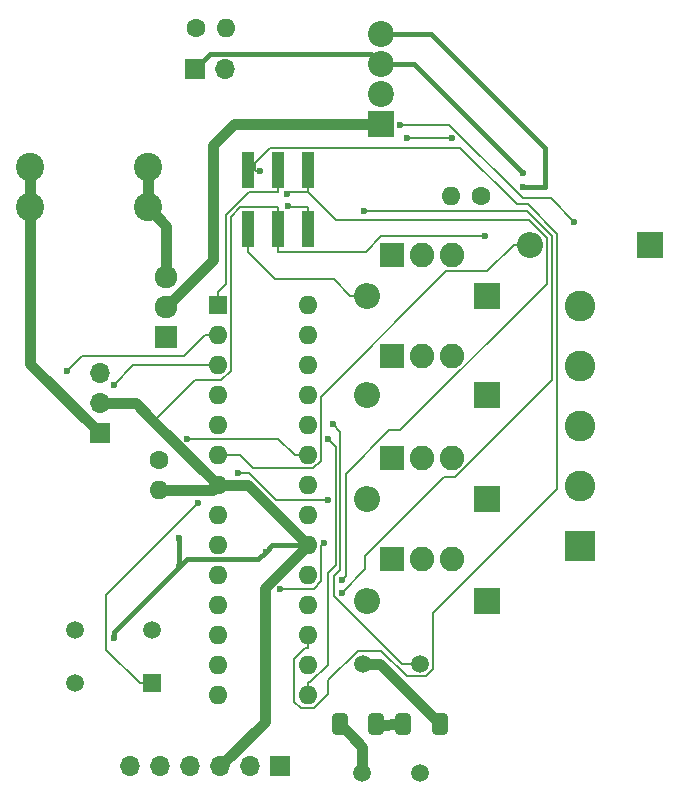
<source format=gbr>
%TF.GenerationSoftware,KiCad,Pcbnew,8.0.1-rc1*%
%TF.CreationDate,2024-06-16T18:46:35-07:00*%
%TF.ProjectId,AMS - CANBus - RGB - Pchannel,414d5320-2d20-4434-914e-427573202d20,rev?*%
%TF.SameCoordinates,Original*%
%TF.FileFunction,Copper,L1,Top*%
%TF.FilePolarity,Positive*%
%FSLAX46Y46*%
G04 Gerber Fmt 4.6, Leading zero omitted, Abs format (unit mm)*
G04 Created by KiCad (PCBNEW 8.0.1-rc1) date 2024-06-16 18:46:35*
%MOMM*%
%LPD*%
G01*
G04 APERTURE LIST*
G04 Aperture macros list*
%AMRoundRect*
0 Rectangle with rounded corners*
0 $1 Rounding radius*
0 $2 $3 $4 $5 $6 $7 $8 $9 X,Y pos of 4 corners*
0 Add a 4 corners polygon primitive as box body*
4,1,4,$2,$3,$4,$5,$6,$7,$8,$9,$2,$3,0*
0 Add four circle primitives for the rounded corners*
1,1,$1+$1,$2,$3*
1,1,$1+$1,$4,$5*
1,1,$1+$1,$6,$7*
1,1,$1+$1,$8,$9*
0 Add four rect primitives between the rounded corners*
20,1,$1+$1,$2,$3,$4,$5,0*
20,1,$1+$1,$4,$5,$6,$7,0*
20,1,$1+$1,$6,$7,$8,$9,0*
20,1,$1+$1,$8,$9,$2,$3,0*%
G04 Aperture macros list end*
%TA.AperFunction,SMDPad,CuDef*%
%ADD10RoundRect,0.250000X-0.412500X-0.650000X0.412500X-0.650000X0.412500X0.650000X-0.412500X0.650000X0*%
%TD*%
%TA.AperFunction,ComponentPad*%
%ADD11R,2.085000X2.085000*%
%TD*%
%TA.AperFunction,ComponentPad*%
%ADD12C,2.085000*%
%TD*%
%TA.AperFunction,ComponentPad*%
%ADD13C,1.600000*%
%TD*%
%TA.AperFunction,ComponentPad*%
%ADD14O,1.600000X1.600000*%
%TD*%
%TA.AperFunction,ComponentPad*%
%ADD15R,2.200000X2.200000*%
%TD*%
%TA.AperFunction,ComponentPad*%
%ADD16O,2.200000X2.200000*%
%TD*%
%TA.AperFunction,ComponentPad*%
%ADD17C,2.200000*%
%TD*%
%TA.AperFunction,ComponentPad*%
%ADD18R,2.600000X2.600000*%
%TD*%
%TA.AperFunction,ComponentPad*%
%ADD19C,2.600000*%
%TD*%
%TA.AperFunction,ComponentPad*%
%ADD20R,1.700000X1.700000*%
%TD*%
%TA.AperFunction,ComponentPad*%
%ADD21O,1.700000X1.700000*%
%TD*%
%TA.AperFunction,ComponentPad*%
%ADD22C,2.400000*%
%TD*%
%TA.AperFunction,SMDPad,CuDef*%
%ADD23R,1.000000X3.150000*%
%TD*%
%TA.AperFunction,ComponentPad*%
%ADD24R,1.600000X1.600000*%
%TD*%
%TA.AperFunction,ComponentPad*%
%ADD25R,1.920000X1.920000*%
%TD*%
%TA.AperFunction,ComponentPad*%
%ADD26C,1.920000*%
%TD*%
%TA.AperFunction,ComponentPad*%
%ADD27C,1.500000*%
%TD*%
%TA.AperFunction,ComponentPad*%
%ADD28R,1.500000X1.500000*%
%TD*%
%TA.AperFunction,SMDPad,CuDef*%
%ADD29RoundRect,0.250000X0.412500X0.650000X-0.412500X0.650000X-0.412500X-0.650000X0.412500X-0.650000X0*%
%TD*%
%TA.AperFunction,ViaPad*%
%ADD30C,0.600000*%
%TD*%
%TA.AperFunction,Conductor*%
%ADD31C,0.200000*%
%TD*%
%TA.AperFunction,Conductor*%
%ADD32C,0.889000*%
%TD*%
%TA.AperFunction,Conductor*%
%ADD33C,0.381000*%
%TD*%
G04 APERTURE END LIST*
D10*
%TO.P,C3,1*%
%TO.N,Net-(U2-XTAL2{slash}PB7)*%
X151260700Y-117190800D03*
%TO.P,C3,2*%
%TO.N,GND*%
X154385700Y-117190800D03*
%TD*%
D11*
%TO.P,Q3,1*%
%TO.N,Net-(Q3-Pad1)*%
X155667500Y-86019300D03*
D12*
%TO.P,Q3,2*%
%TO.N,GND*%
X158207500Y-86019300D03*
%TO.P,Q3,3*%
%TO.N,/OutputGNDPChannel/OUT3*%
X160747500Y-86019300D03*
%TD*%
D11*
%TO.P,Q5,1*%
%TO.N,Net-(Q5-Pad1)*%
X155667500Y-77526300D03*
D12*
%TO.P,Q5,2*%
%TO.N,GND*%
X158207500Y-77526300D03*
%TO.P,Q5,3*%
%TO.N,/OutputGNDPChannel/OUT4*%
X160747500Y-77526300D03*
%TD*%
D13*
%TO.P,R7,1*%
%TO.N,Net-(J5-Pin_2)*%
X139116100Y-58260700D03*
D14*
%TO.P,R7,2*%
%TO.N,CANBUS_L*%
X141656100Y-58260700D03*
%TD*%
D15*
%TO.P,D2,1,K*%
%TO.N,Net-(D2-K)*%
X177549500Y-76634500D03*
D16*
%TO.P,D2,2,A*%
%TO.N,/BareMinAtmel328P/PD4-D4*%
X167389500Y-76634500D03*
%TD*%
D15*
%TO.P,J1,1,Pin_1*%
%TO.N,Net-(J1-Pin_1)*%
X154748000Y-66384800D03*
D17*
%TO.P,J1,2,Pin_2*%
%TO.N,GND*%
X154748000Y-63844800D03*
%TO.P,J1,3,Pin_3*%
%TO.N,CANBUS_H*%
X154748000Y-61304800D03*
%TO.P,J1,4,Pin_4*%
%TO.N,CANBUS_L*%
X154748000Y-58764800D03*
%TD*%
D18*
%TO.P,J2,1,Pin_1*%
%TO.N,/OutputGNDPChannel/OUT1*%
X171594600Y-102105600D03*
D19*
%TO.P,J2,2,Pin_2*%
%TO.N,/OutputGNDPChannel/OUT2*%
X171594600Y-97025600D03*
%TO.P,J2,3,Pin_3*%
%TO.N,/OutputGNDPChannel/OUT3*%
X171594600Y-91945600D03*
%TO.P,J2,4,Pin_4*%
%TO.N,/OutputGNDPChannel/OUT4*%
X171594600Y-86865600D03*
%TO.P,J2,5,Pin_5*%
%TO.N,Net-(J2-Pin_5)*%
X171594600Y-81785600D03*
%TD*%
D13*
%TO.P,NTC1,1*%
%TO.N,/BareMinAtmel328P/PC0-A0*%
X135965600Y-94809500D03*
D14*
%TO.P,NTC1,2*%
%TO.N,+5V*%
X135965600Y-97349500D03*
%TD*%
D15*
%TO.P,D6,1,K*%
%TO.N,/OutputGNDPChannel/OUT4*%
X163712200Y-80926100D03*
D16*
%TO.P,D6,2,A*%
%TO.N,GND*%
X153552200Y-80926100D03*
%TD*%
D15*
%TO.P,D3,1,K*%
%TO.N,/OutputGNDPChannel/OUT1*%
X163712200Y-106759100D03*
D16*
%TO.P,D3,2,A*%
%TO.N,GND*%
X153552200Y-106759100D03*
%TD*%
D20*
%TO.P,J3,1,Pin_1*%
%TO.N,GND*%
X146254600Y-120744200D03*
D21*
%TO.P,J3,2,Pin_2*%
%TO.N,unconnected-(J3-Pin_2-Pad2)*%
X143714600Y-120744200D03*
%TO.P,J3,3,Pin_3*%
%TO.N,+5V*%
X141174600Y-120744200D03*
%TO.P,J3,4,Pin_4*%
%TO.N,/BareMinAtmel328P/PD0-RX*%
X138634600Y-120744200D03*
%TO.P,J3,5,Pin_5*%
%TO.N,/BareMinAtmel328P/PD1-TX*%
X136094600Y-120744200D03*
%TO.P,J3,6,Pin_6*%
%TO.N,Net-(J3-Pin_6)*%
X133554600Y-120744200D03*
%TD*%
D22*
%TO.P,U5,1,1*%
%TO.N,Net-(Q1-Pad3)*%
X134999500Y-70018000D03*
%TO.P,U5,2,2*%
X134999500Y-73418000D03*
%TO.P,U5,3,3*%
%TO.N,+VDC*%
X125079500Y-70018000D03*
%TO.P,U5,4,4*%
X125079500Y-73418000D03*
%TD*%
D15*
%TO.P,D5,1,K*%
%TO.N,/OutputGNDPChannel/OUT3*%
X163712200Y-89328000D03*
D16*
%TO.P,D5,2,A*%
%TO.N,GND*%
X153552200Y-89328000D03*
%TD*%
D13*
%TO.P,R6,1*%
%TO.N,Net-(U4-Rs)*%
X163265200Y-72479500D03*
D14*
%TO.P,R6,2*%
%TO.N,GND*%
X160725200Y-72479500D03*
%TD*%
D20*
%TO.P,Powerboard1,1,Pin_1*%
%TO.N,+VDC*%
X130976300Y-92602600D03*
D21*
%TO.P,Powerboard1,2,Pin_2*%
%TO.N,+5V*%
X130976300Y-90062600D03*
%TO.P,Powerboard1,3,Pin_3*%
%TO.N,GND*%
X130976300Y-87522600D03*
%TD*%
D23*
%TO.P,J4,1,Pin_1*%
%TO.N,/BareMinAtmel328P/PB4-D12-MISO*%
X148585100Y-70282000D03*
%TO.P,J4,2,Pin_2*%
%TO.N,/BareMinAtmel328P/PB5-D13-SCK*%
X148585100Y-75332000D03*
%TO.P,J4,3,Pin_3*%
%TO.N,/BareMinAtmel328P/RESET*%
X146045100Y-70282000D03*
%TO.P,J4,4,Pin_4*%
%TO.N,+5V*%
X146045100Y-75332000D03*
%TO.P,J4,5,Pin_5*%
%TO.N,/BareMinAtmel328P/PB3-D11-MOSI*%
X143505100Y-70282000D03*
%TO.P,J4,6,Pin_6*%
%TO.N,GND*%
X143505100Y-75332000D03*
%TD*%
D24*
%TO.P,U2,1,~{RESET}/PC6*%
%TO.N,/BareMinAtmel328P/RESET*%
X140929500Y-81761800D03*
D14*
%TO.P,U2,2,PD0*%
%TO.N,/BareMinAtmel328P/PD0-RX*%
X140929500Y-84301800D03*
%TO.P,U2,3,PD1*%
%TO.N,/BareMinAtmel328P/PD1-TX*%
X140929500Y-86841800D03*
%TO.P,U2,4,PD2*%
%TO.N,/BareMinAtmel328P/PD2-D2*%
X140929500Y-89381800D03*
%TO.P,U2,5,PD3*%
%TO.N,/BareMinAtmel328P/PD3-D3*%
X140929500Y-91921800D03*
%TO.P,U2,6,PD4*%
%TO.N,/BareMinAtmel328P/PD4-D4*%
X140929500Y-94461800D03*
%TO.P,U2,7,VCC*%
%TO.N,+5V*%
X140929500Y-97001800D03*
%TO.P,U2,8,GND*%
%TO.N,GND*%
X140929500Y-99541800D03*
%TO.P,U2,9,XTAL1/PB6*%
%TO.N,Net-(U2-XTAL1{slash}PB6)*%
X140929500Y-102081800D03*
%TO.P,U2,10,XTAL2/PB7*%
%TO.N,Net-(U2-XTAL2{slash}PB7)*%
X140929500Y-104621800D03*
%TO.P,U2,11,PD5*%
%TO.N,/BareMinAtmel328P/PD5-D5*%
X140929500Y-107161800D03*
%TO.P,U2,12,PD6*%
%TO.N,/BareMinAtmel328P/PD6-D6*%
X140929500Y-109701800D03*
%TO.P,U2,13,PD7*%
%TO.N,/BareMinAtmel328P/PD7-D7*%
X140929500Y-112241800D03*
%TO.P,U2,14,PB0*%
%TO.N,/BareMinAtmel328P/PB0-D8*%
X140929500Y-114781800D03*
%TO.P,U2,15,PB1*%
%TO.N,/BareMinAtmel328P/PB1-D9*%
X148549500Y-114781800D03*
%TO.P,U2,16,PB2*%
%TO.N,/BareMinAtmel328P/PB2-D10-SS*%
X148549500Y-112241800D03*
%TO.P,U2,17,PB3*%
%TO.N,/BareMinAtmel328P/PB3-D11-MOSI*%
X148549500Y-109701800D03*
%TO.P,U2,18,PB4*%
%TO.N,/BareMinAtmel328P/PB4-D12-MISO*%
X148549500Y-107161800D03*
%TO.P,U2,19,PB5*%
%TO.N,/BareMinAtmel328P/PB5-D13-SCK*%
X148549500Y-104621800D03*
%TO.P,U2,20,AVCC*%
%TO.N,+5V*%
X148549500Y-102081800D03*
%TO.P,U2,21,AREF*%
%TO.N,/BareMinAtmel328P/AREF*%
X148549500Y-99541800D03*
%TO.P,U2,22,GND*%
%TO.N,GND*%
X148549500Y-97001800D03*
%TO.P,U2,23,PC0*%
%TO.N,/BareMinAtmel328P/PC0-A0*%
X148549500Y-94461800D03*
%TO.P,U2,24,PC1*%
%TO.N,/BareMinAtmel328P/PC1-A1*%
X148549500Y-91921800D03*
%TO.P,U2,25,PC2*%
%TO.N,/BareMinAtmel328P/PC2-A2*%
X148549500Y-89381800D03*
%TO.P,U2,26,PC3*%
%TO.N,/BareMinAtmel328P/PC3-A3*%
X148549500Y-86841800D03*
%TO.P,U2,27,PC4*%
%TO.N,/BareMinAtmel328P/PC4-A4-SDA*%
X148549500Y-84301800D03*
%TO.P,U2,28,PC5*%
%TO.N,/BareMinAtmel328P/PC5-A5-SCL*%
X148549500Y-81761800D03*
%TD*%
D20*
%TO.P,J5,1,Pin_1*%
%TO.N,CANBUS_H*%
X139049600Y-61738500D03*
D21*
%TO.P,J5,2,Pin_2*%
%TO.N,Net-(J5-Pin_2)*%
X141589600Y-61738500D03*
%TD*%
D25*
%TO.P,Q1,1*%
%TO.N,Net-(Q1-Pad1)*%
X136586000Y-84423600D03*
D26*
%TO.P,Q1,2*%
%TO.N,Net-(J1-Pin_1)*%
X136586000Y-81883600D03*
%TO.P,Q1,3*%
%TO.N,Net-(Q1-Pad3)*%
X136586000Y-79343600D03*
%TD*%
D27*
%TO.P,Y2,1,1*%
%TO.N,Net-(U3-OSC1)*%
X153203400Y-112099600D03*
%TO.P,Y2,2,2*%
%TO.N,Net-(U3-OSC2)*%
X158083400Y-112099600D03*
%TD*%
D15*
%TO.P,D4,1,K*%
%TO.N,/OutputGNDPChannel/OUT2*%
X163712200Y-98155100D03*
D16*
%TO.P,D4,2,A*%
%TO.N,GND*%
X153552200Y-98155100D03*
%TD*%
D28*
%TO.P,Reset1,1,NO_1*%
%TO.N,/BareMinAtmel328P/RESET*%
X135385300Y-113752500D03*
D27*
%TO.P,Reset1,2,NO_2*%
%TO.N,unconnected-(Reset1-NO_2-Pad2)*%
X128885300Y-113752500D03*
%TO.P,Reset1,3,COM_1*%
%TO.N,GND*%
X135385300Y-109252500D03*
%TO.P,Reset1,4,COM_2*%
%TO.N,unconnected-(Reset1-COM_2-Pad4)*%
X128885300Y-109252500D03*
%TD*%
D29*
%TO.P,C5,1*%
%TO.N,Net-(U3-OSC1)*%
X159785700Y-117178500D03*
%TO.P,C5,2*%
%TO.N,GND*%
X156660700Y-117178500D03*
%TD*%
D27*
%TO.P,Y1,1,1*%
%TO.N,Net-(U2-XTAL2{slash}PB7)*%
X153178500Y-121354000D03*
%TO.P,Y1,2,2*%
%TO.N,Net-(U2-XTAL1{slash}PB6)*%
X158058500Y-121354000D03*
%TD*%
D11*
%TO.P,Q2,1*%
%TO.N,Net-(Q2-Pad1)*%
X155667500Y-103267000D03*
D12*
%TO.P,Q2,2*%
%TO.N,GND*%
X158207500Y-103267000D03*
%TO.P,Q2,3*%
%TO.N,/OutputGNDPChannel/OUT1*%
X160747500Y-103267000D03*
%TD*%
D11*
%TO.P,Q4,1*%
%TO.N,Net-(Q4-Pad1)*%
X155667500Y-94673500D03*
D12*
%TO.P,Q4,2*%
%TO.N,GND*%
X158207500Y-94673500D03*
%TO.P,Q4,3*%
%TO.N,/OutputGNDPChannel/OUT2*%
X160747500Y-94673500D03*
%TD*%
D30*
%TO.N,GND*%
X154348000Y-117251000D03*
%TO.N,/BareMinAtmel328P/RESET*%
X139293800Y-98450600D03*
%TO.N,+5V*%
X137702000Y-101432000D03*
X144996000Y-102609000D03*
X137706000Y-103902000D03*
X132156000Y-109902000D03*
X163558900Y-75889600D03*
%TO.N,CANBUS_L*%
X166757000Y-71767400D03*
%TO.N,CANBUS_H*%
X166785000Y-70514000D03*
%TO.N,/BareMinAtmel328P/PB5-D13-SCK*%
X146858700Y-73327400D03*
%TO.N,/BareMinAtmel328P/PB3-D11-MOSI*%
X144516000Y-70415200D03*
%TO.N,/BareMinAtmel328P/PB4-D12-MISO*%
X146840600Y-72287700D03*
X151490900Y-105007700D03*
%TO.N,/BareMinAtmel328P/PD0-RX*%
X128179600Y-87334500D03*
%TO.N,/BareMinAtmel328P/PD1-TX*%
X132128000Y-88478700D03*
%TO.N,/BareMinAtmel328P/PB2-D10-SS*%
X153365600Y-73767800D03*
X151460500Y-106070300D03*
%TO.N,/BareMinAtmel328P/PD3-D3*%
X142648200Y-95966800D03*
X150320600Y-98224800D03*
%TO.N,/BareMinAtmel328P/PD5-D5*%
X146245400Y-105729300D03*
X149931000Y-101868700D03*
%TO.N,/BareMinAtmel328P/PC0-A0*%
X138312800Y-93044200D03*
%TO.N,/BareMinAtmel328P/PB1-D9*%
X150264400Y-93064100D03*
%TO.N,/CANBUS-MCP2515/RXtoCANTC*%
X171123600Y-74663400D03*
X156375800Y-66472700D03*
%TO.N,/CANBUS-MCP2515/TXtoCANTC*%
X156977500Y-67577300D03*
X160788300Y-67577300D03*
%TO.N,Net-(U3-OSC2)*%
X150689400Y-91840300D03*
%TD*%
D31*
%TO.N,GND*%
X150748800Y-79524400D02*
X145820800Y-79524400D01*
X153552200Y-80926100D02*
X152150500Y-80926100D01*
D32*
X154348000Y-117251000D02*
X156648000Y-117191000D01*
D31*
X152150500Y-80926100D02*
X150748800Y-79524400D01*
X145820800Y-79524400D02*
X143505100Y-77208700D01*
X143505100Y-75332000D02*
X143505100Y-77208700D01*
%TO.N,/BareMinAtmel328P/RESET*%
X141621900Y-74108000D02*
X141621900Y-79967700D01*
X131501900Y-106242500D02*
X139293800Y-98450600D01*
X140929500Y-81761800D02*
X140929500Y-80660100D01*
X131501900Y-110920800D02*
X131501900Y-106242500D01*
X146045100Y-72158700D02*
X143571200Y-72158700D01*
X134333600Y-113752500D02*
X131501900Y-110920800D01*
X135385300Y-113752500D02*
X134333600Y-113752500D01*
X143571200Y-72158700D02*
X141621900Y-74108000D01*
X141621900Y-79967700D02*
X140929500Y-80660100D01*
X146045100Y-70282000D02*
X146045100Y-72158700D01*
%TO.N,+5V*%
X146045100Y-75332000D02*
X146045100Y-77208700D01*
X146045100Y-77208700D02*
X153473400Y-77208700D01*
X142031200Y-87298200D02*
X142031200Y-74287100D01*
X154792500Y-75889600D02*
X163558900Y-75889600D01*
D33*
X144332000Y-103272000D02*
X138335000Y-103272000D01*
D31*
X142863000Y-73455300D02*
X146045100Y-73455300D01*
D33*
X138335000Y-103272000D02*
X137706000Y-103902000D01*
D31*
X146045100Y-75332000D02*
X146045100Y-73455300D01*
D32*
X144924000Y-105707000D02*
X144924000Y-116995000D01*
X140930000Y-97001800D02*
X143470000Y-97001800D01*
D31*
X135803400Y-91309000D02*
X139000600Y-88111800D01*
X135236500Y-91309000D02*
X135803400Y-91309000D01*
D33*
X148549500Y-102082000D02*
X145523000Y-102082000D01*
D31*
X153473400Y-77208700D02*
X154792500Y-75889600D01*
D33*
X132156000Y-109452000D02*
X137706000Y-103902000D01*
D31*
X139000600Y-88111800D02*
X141217600Y-88111800D01*
D33*
X137706000Y-101436000D02*
X137702000Y-101432000D01*
D31*
X142031200Y-74287100D02*
X142863000Y-73455300D01*
D32*
X148550000Y-102082000D02*
X144924000Y-105707000D01*
D33*
X144996000Y-102609000D02*
X144332000Y-103272000D01*
D32*
X140582000Y-97349500D02*
X140929700Y-97002000D01*
X135966000Y-97349500D02*
X140582000Y-97349500D01*
X143470000Y-97001800D02*
X148550000Y-102082000D01*
D31*
X141217600Y-88111800D02*
X142031200Y-87298200D01*
D33*
X132156000Y-109902000D02*
X132156000Y-109452000D01*
D32*
X130976300Y-90062600D02*
X133990000Y-90062600D01*
D33*
X145523000Y-102082000D02*
X144996000Y-102609000D01*
D32*
X144924000Y-116995000D02*
X141175000Y-120744000D01*
X133990000Y-90062600D02*
X135236500Y-91309000D01*
X135236500Y-91309000D02*
X140930000Y-97001800D01*
D33*
X137706000Y-103902000D02*
X137706000Y-101436000D01*
%TO.N,CANBUS_L*%
X159006000Y-58764800D02*
X154748000Y-58764800D01*
X168657000Y-71767400D02*
X168679000Y-71745500D01*
X166757000Y-71767400D02*
X168657000Y-71767400D01*
X168679000Y-71745500D02*
X168679000Y-68437400D01*
X168679000Y-68437400D02*
X159006000Y-58764800D01*
%TO.N,CANBUS_H*%
X140290000Y-60498000D02*
X153941000Y-60498000D01*
X166785000Y-70514000D02*
X157576000Y-61304800D01*
X153941000Y-60498000D02*
X154748000Y-61304800D01*
X139050000Y-61738500D02*
X140290000Y-60498000D01*
X157576000Y-61304800D02*
X154748000Y-61304800D01*
D31*
%TO.N,/BareMinAtmel328P/PB5-D13-SCK*%
X146986600Y-73455300D02*
X146858700Y-73327400D01*
X148585100Y-75332000D02*
X148585100Y-73455300D01*
X148585100Y-73455300D02*
X146986600Y-73455300D01*
%TO.N,/BareMinAtmel328P/PB3-D11-MOSI*%
X147996400Y-115885000D02*
X149093400Y-115885000D01*
X161481500Y-68405300D02*
X145411400Y-68405300D01*
X147442200Y-111682500D02*
X147442200Y-115330800D01*
X147442200Y-115330800D02*
X147996400Y-115885000D01*
X144077200Y-70282000D02*
X143505100Y-70282000D01*
X148321200Y-110803500D02*
X147442200Y-111682500D01*
X156931600Y-113157000D02*
X158543800Y-113157000D01*
X144516000Y-70415200D02*
X144210400Y-70415200D01*
X150297000Y-114681400D02*
X150297000Y-113506900D01*
X158543800Y-113157000D02*
X159152800Y-112548000D01*
X159152800Y-112548000D02*
X159152800Y-107768900D01*
X145411400Y-68405300D02*
X144077200Y-69739500D01*
X152804100Y-110999800D02*
X154774400Y-110999800D01*
X159152800Y-107768900D02*
X169651800Y-97269900D01*
X167176300Y-73199100D02*
X166275300Y-73199100D01*
X150297000Y-113506900D02*
X152804100Y-110999800D01*
X148549500Y-109701800D02*
X148549500Y-110803500D01*
X144077200Y-69739500D02*
X144077200Y-70282000D01*
X148549500Y-110803500D02*
X148321200Y-110803500D01*
X169651800Y-97269900D02*
X169651800Y-75674600D01*
X144210400Y-70415200D02*
X144077200Y-70282000D01*
X166275300Y-73199100D02*
X161481500Y-68405300D01*
X169651800Y-75674600D02*
X167176300Y-73199100D01*
X154774400Y-110999800D02*
X156931600Y-113157000D01*
X149093400Y-115885000D02*
X150297000Y-114681400D01*
%TO.N,/BareMinAtmel328P/PB4-D12-MISO*%
X151802700Y-96012000D02*
X151802700Y-104695900D01*
X151802700Y-104695900D02*
X151490900Y-105007700D01*
X167322600Y-74559600D02*
X168812900Y-76049900D01*
X146969600Y-72158700D02*
X148585100Y-72158700D01*
X148585100Y-70282000D02*
X148585100Y-72158700D01*
X150986000Y-74559600D02*
X167322600Y-74559600D01*
X148585100Y-72158700D02*
X150986000Y-74559600D01*
X168812900Y-79922500D02*
X156386100Y-92349300D01*
X168812900Y-76049900D02*
X168812900Y-79922500D01*
X156386100Y-92349300D02*
X155465400Y-92349300D01*
X155465400Y-92349300D02*
X151802700Y-96012000D01*
X146840600Y-72287700D02*
X146969600Y-72158700D01*
%TO.N,/BareMinAtmel328P/PD0-RX*%
X138087200Y-86042400D02*
X129471700Y-86042400D01*
X129471700Y-86042400D02*
X128179600Y-87334500D01*
X140929500Y-84301800D02*
X139827800Y-84301800D01*
X139827800Y-84301800D02*
X138087200Y-86042400D01*
%TO.N,/BareMinAtmel328P/PD1-TX*%
X132128000Y-88478700D02*
X133764900Y-86841800D01*
X133764900Y-86841800D02*
X140929500Y-86841800D01*
%TO.N,+VDC*%
X125080000Y-71718000D02*
X125079500Y-71717500D01*
D32*
X125080000Y-71718000D02*
X125080000Y-73418000D01*
D31*
X125079500Y-71717500D02*
X125079500Y-70018000D01*
D32*
X125080000Y-73418000D02*
X125080000Y-86705800D01*
X125080000Y-86705800D02*
X130976000Y-92602600D01*
X125080000Y-70018000D02*
X125080000Y-71718000D01*
D31*
%TO.N,/BareMinAtmel328P/PD4-D4*%
X143965400Y-95566600D02*
X149046900Y-95566600D01*
X163751800Y-78870500D02*
X165987800Y-76634500D01*
X167389500Y-76634500D02*
X165987800Y-76634500D01*
X160261900Y-78870500D02*
X163751800Y-78870500D01*
X140929500Y-94461800D02*
X142860600Y-94461800D01*
X149046900Y-95566600D02*
X149654900Y-94958600D01*
X149654900Y-89477500D02*
X160261900Y-78870500D01*
X142860600Y-94461800D02*
X143965400Y-95566600D01*
X149654900Y-94958600D02*
X149654900Y-89477500D01*
%TO.N,/BareMinAtmel328P/PB2-D10-SS*%
X153438600Y-104092200D02*
X151460500Y-106070300D01*
X160092900Y-96310700D02*
X153438600Y-102965000D01*
X161036600Y-96310700D02*
X160092900Y-96310700D01*
X167126700Y-73767800D02*
X169237700Y-75878800D01*
X169237700Y-88109600D02*
X161036600Y-96310700D01*
X153365600Y-73767800D02*
X167126700Y-73767800D01*
X169237700Y-75878800D02*
X169237700Y-88109600D01*
X153438600Y-102965000D02*
X153438600Y-104092200D01*
%TO.N,/BareMinAtmel328P/PD3-D3*%
X143597400Y-95966800D02*
X145855400Y-98224800D01*
X142648200Y-95966800D02*
X143597400Y-95966800D01*
X145855400Y-98224800D02*
X150320600Y-98224800D01*
%TO.N,/BareMinAtmel328P/PD5-D5*%
X149079500Y-105729300D02*
X149717200Y-105091600D01*
X146245400Y-105729300D02*
X149079500Y-105729300D01*
X149717200Y-105091600D02*
X149717200Y-102082500D01*
X149717200Y-102082500D02*
X149931000Y-101868700D01*
%TO.N,/BareMinAtmel328P/PC0-A0*%
X148549500Y-94461800D02*
X147447800Y-94461800D01*
X146030200Y-93044200D02*
X138312800Y-93044200D01*
X147447800Y-94461800D02*
X146030200Y-93044200D01*
%TO.N,Net-(Q1-Pad3)*%
X134999500Y-71717500D02*
X134999500Y-70018000D01*
D32*
X135000000Y-71718000D02*
X135000000Y-70018000D01*
X136586000Y-75004500D02*
X135000000Y-73418000D01*
D31*
X135000000Y-71718000D02*
X134999500Y-71717500D01*
D32*
X135000000Y-73418000D02*
X135000000Y-71718000D01*
X136586000Y-79343600D02*
X136586000Y-75004500D01*
D31*
%TO.N,/BareMinAtmel328P/PB1-D9*%
X150238100Y-112219800D02*
X148777800Y-113680100D01*
X150922500Y-93722200D02*
X150922500Y-103712000D01*
X150922500Y-103712000D02*
X150238100Y-104396400D01*
X150238100Y-104396400D02*
X150238100Y-112219800D01*
X148549500Y-114781800D02*
X148549500Y-113680100D01*
X150264400Y-93064100D02*
X150922500Y-93722200D01*
X148777800Y-113680100D02*
X148549500Y-113680100D01*
%TO.N,/CANBUS-MCP2515/RXtoCANTC*%
X160561700Y-66472700D02*
X156375800Y-66472700D01*
X169120800Y-72660600D02*
X166749600Y-72660600D01*
X166749600Y-72660600D02*
X160561700Y-66472700D01*
X171123600Y-74663400D02*
X169120800Y-72660600D01*
%TO.N,/CANBUS-MCP2515/TXtoCANTC*%
X156977500Y-67577300D02*
X160788300Y-67577300D01*
D32*
%TO.N,Net-(U2-XTAL2{slash}PB7)*%
X153179000Y-120231500D02*
X153179000Y-119109000D01*
X153179000Y-119109000D02*
X152220000Y-118150000D01*
D31*
X152219900Y-118150000D02*
X151260700Y-117190800D01*
X153179000Y-120231500D02*
X153178500Y-120232000D01*
X152220000Y-118150000D02*
X152219900Y-118150000D01*
D32*
X153179000Y-121354000D02*
X153179000Y-120231500D01*
D31*
X153178500Y-120232000D02*
X153178500Y-121354000D01*
D32*
X152220000Y-118150000D02*
X151261000Y-117191000D01*
D31*
%TO.N,Net-(U3-OSC2)*%
X150826300Y-106353800D02*
X150826300Y-104677500D01*
X151336200Y-104167600D02*
X151336200Y-92487100D01*
X158083400Y-112099600D02*
X156572100Y-112099600D01*
X151336200Y-92487100D02*
X150689400Y-91840300D01*
X150826300Y-104677500D02*
X151336200Y-104167600D01*
X156572100Y-112099600D02*
X150826300Y-106353800D01*
D32*
%TO.N,Net-(U3-OSC1)*%
X154707000Y-112100000D02*
X159786000Y-117178000D01*
X153203800Y-112100000D02*
X154707000Y-112100000D01*
%TO.N,Net-(J1-Pin_1)*%
X142310000Y-66384800D02*
X154748000Y-66384800D01*
X136586000Y-81883600D02*
X140545000Y-77924700D01*
X140545000Y-68149900D02*
X142310000Y-66384800D01*
X140545000Y-77924700D02*
X140545000Y-68149900D01*
%TD*%
M02*

</source>
